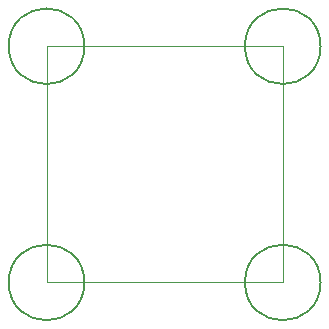
<source format=gbr>
%TF.GenerationSoftware,KiCad,Pcbnew,7.0.6-7.0.6~ubuntu22.04.1*%
%TF.CreationDate,2023-07-18T23:37:18-07:00*%
%TF.ProjectId,NHz_F4_FC,4e487a5f-4634-45f4-9643-2e6b69636164,rev?*%
%TF.SameCoordinates,Original*%
%TF.FileFunction,Other,Comment*%
%FSLAX46Y46*%
G04 Gerber Fmt 4.6, Leading zero omitted, Abs format (unit mm)*
G04 Created by KiCad (PCBNEW 7.0.6-7.0.6~ubuntu22.04.1) date 2023-07-18 23:37:18*
%MOMM*%
%LPD*%
G01*
G04 APERTURE LIST*
%ADD10C,0.100000*%
%ADD11C,0.150000*%
G04 APERTURE END LIST*
D10*
X120000000Y-40000000D02*
X140000000Y-40000000D01*
X140000000Y-60000000D01*
X120000000Y-60000000D01*
X120000000Y-40000000D01*
D11*
%TO.C,H2*%
X143200000Y-40000000D02*
G75*
G03*
X143200000Y-40000000I-3200000J0D01*
G01*
%TO.C,H4*%
X123200000Y-60000000D02*
G75*
G03*
X123200000Y-60000000I-3200000J0D01*
G01*
%TO.C,H1*%
X123200000Y-40000000D02*
G75*
G03*
X123200000Y-40000000I-3200000J0D01*
G01*
%TO.C,H3*%
X143200000Y-60000000D02*
G75*
G03*
X143200000Y-60000000I-3200000J0D01*
G01*
%TD*%
M02*

</source>
